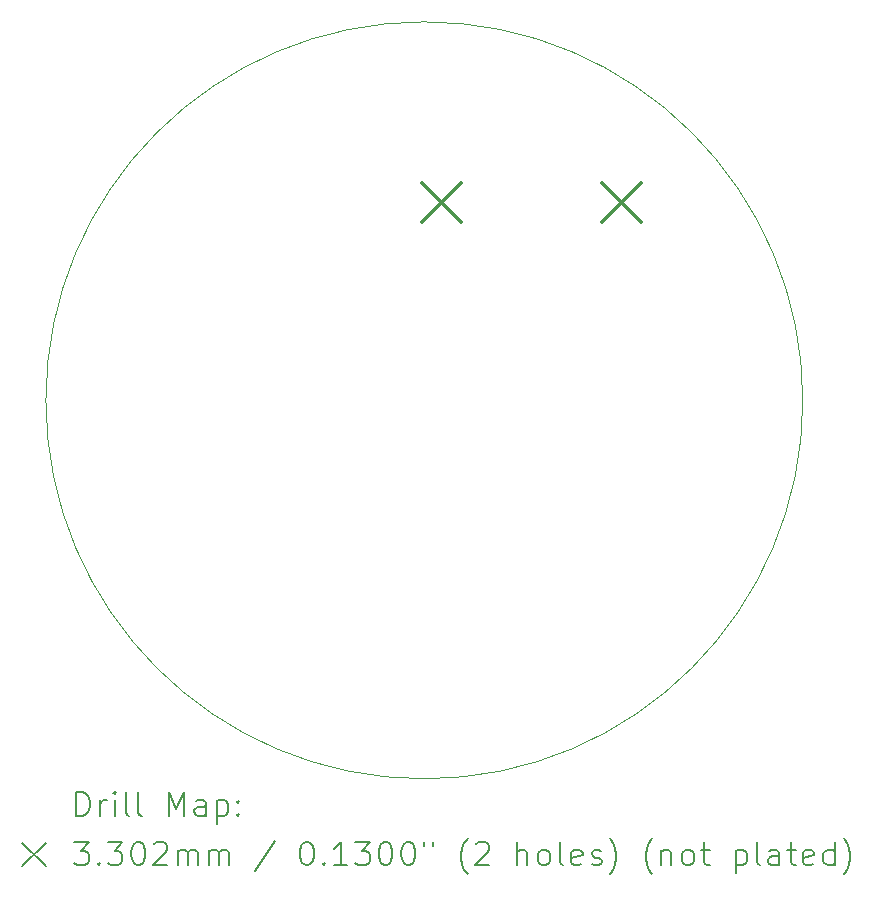
<source format=gbr>
%TF.GenerationSoftware,KiCad,Pcbnew,8.0.4*%
%TF.CreationDate,2024-08-09T17:24:14-06:00*%
%TF.ProjectId,computadorayCargaUtil,636f6d70-7574-4616-946f-726179436172,rev?*%
%TF.SameCoordinates,Original*%
%TF.FileFunction,Drillmap*%
%TF.FilePolarity,Positive*%
%FSLAX45Y45*%
G04 Gerber Fmt 4.5, Leading zero omitted, Abs format (unit mm)*
G04 Created by KiCad (PCBNEW 8.0.4) date 2024-08-09 17:24:14*
%MOMM*%
%LPD*%
G01*
G04 APERTURE LIST*
%ADD10C,0.050000*%
%ADD11C,0.200000*%
%ADD12C,0.330200*%
G04 APERTURE END LIST*
D10*
X18951817Y-9415683D02*
G75*
G02*
X12543183Y-9415683I-3204317J0D01*
G01*
X12543183Y-9415683D02*
G75*
G02*
X18951817Y-9415683I3204317J0D01*
G01*
D11*
D12*
X15730900Y-7574400D02*
X16061100Y-7904600D01*
X16061100Y-7574400D02*
X15730900Y-7904600D01*
X17254900Y-7574400D02*
X17585100Y-7904600D01*
X17585100Y-7574400D02*
X17254900Y-7904600D01*
D11*
X12801459Y-12933984D02*
X12801459Y-12733984D01*
X12801459Y-12733984D02*
X12849078Y-12733984D01*
X12849078Y-12733984D02*
X12877650Y-12743508D01*
X12877650Y-12743508D02*
X12896697Y-12762555D01*
X12896697Y-12762555D02*
X12906221Y-12781603D01*
X12906221Y-12781603D02*
X12915745Y-12819698D01*
X12915745Y-12819698D02*
X12915745Y-12848269D01*
X12915745Y-12848269D02*
X12906221Y-12886365D01*
X12906221Y-12886365D02*
X12896697Y-12905412D01*
X12896697Y-12905412D02*
X12877650Y-12924460D01*
X12877650Y-12924460D02*
X12849078Y-12933984D01*
X12849078Y-12933984D02*
X12801459Y-12933984D01*
X13001459Y-12933984D02*
X13001459Y-12800650D01*
X13001459Y-12838746D02*
X13010983Y-12819698D01*
X13010983Y-12819698D02*
X13020507Y-12810174D01*
X13020507Y-12810174D02*
X13039555Y-12800650D01*
X13039555Y-12800650D02*
X13058602Y-12800650D01*
X13125269Y-12933984D02*
X13125269Y-12800650D01*
X13125269Y-12733984D02*
X13115745Y-12743508D01*
X13115745Y-12743508D02*
X13125269Y-12753031D01*
X13125269Y-12753031D02*
X13134793Y-12743508D01*
X13134793Y-12743508D02*
X13125269Y-12733984D01*
X13125269Y-12733984D02*
X13125269Y-12753031D01*
X13249078Y-12933984D02*
X13230031Y-12924460D01*
X13230031Y-12924460D02*
X13220507Y-12905412D01*
X13220507Y-12905412D02*
X13220507Y-12733984D01*
X13353840Y-12933984D02*
X13334793Y-12924460D01*
X13334793Y-12924460D02*
X13325269Y-12905412D01*
X13325269Y-12905412D02*
X13325269Y-12733984D01*
X13582412Y-12933984D02*
X13582412Y-12733984D01*
X13582412Y-12733984D02*
X13649078Y-12876841D01*
X13649078Y-12876841D02*
X13715745Y-12733984D01*
X13715745Y-12733984D02*
X13715745Y-12933984D01*
X13896697Y-12933984D02*
X13896697Y-12829222D01*
X13896697Y-12829222D02*
X13887174Y-12810174D01*
X13887174Y-12810174D02*
X13868126Y-12800650D01*
X13868126Y-12800650D02*
X13830031Y-12800650D01*
X13830031Y-12800650D02*
X13810983Y-12810174D01*
X13896697Y-12924460D02*
X13877650Y-12933984D01*
X13877650Y-12933984D02*
X13830031Y-12933984D01*
X13830031Y-12933984D02*
X13810983Y-12924460D01*
X13810983Y-12924460D02*
X13801459Y-12905412D01*
X13801459Y-12905412D02*
X13801459Y-12886365D01*
X13801459Y-12886365D02*
X13810983Y-12867317D01*
X13810983Y-12867317D02*
X13830031Y-12857793D01*
X13830031Y-12857793D02*
X13877650Y-12857793D01*
X13877650Y-12857793D02*
X13896697Y-12848269D01*
X13991936Y-12800650D02*
X13991936Y-13000650D01*
X13991936Y-12810174D02*
X14010983Y-12800650D01*
X14010983Y-12800650D02*
X14049078Y-12800650D01*
X14049078Y-12800650D02*
X14068126Y-12810174D01*
X14068126Y-12810174D02*
X14077650Y-12819698D01*
X14077650Y-12819698D02*
X14087174Y-12838746D01*
X14087174Y-12838746D02*
X14087174Y-12895888D01*
X14087174Y-12895888D02*
X14077650Y-12914936D01*
X14077650Y-12914936D02*
X14068126Y-12924460D01*
X14068126Y-12924460D02*
X14049078Y-12933984D01*
X14049078Y-12933984D02*
X14010983Y-12933984D01*
X14010983Y-12933984D02*
X13991936Y-12924460D01*
X14172888Y-12914936D02*
X14182412Y-12924460D01*
X14182412Y-12924460D02*
X14172888Y-12933984D01*
X14172888Y-12933984D02*
X14163364Y-12924460D01*
X14163364Y-12924460D02*
X14172888Y-12914936D01*
X14172888Y-12914936D02*
X14172888Y-12933984D01*
X14172888Y-12810174D02*
X14182412Y-12819698D01*
X14182412Y-12819698D02*
X14172888Y-12829222D01*
X14172888Y-12829222D02*
X14163364Y-12819698D01*
X14163364Y-12819698D02*
X14172888Y-12810174D01*
X14172888Y-12810174D02*
X14172888Y-12829222D01*
X12340683Y-13162500D02*
X12540683Y-13362500D01*
X12540683Y-13162500D02*
X12340683Y-13362500D01*
X12782412Y-13153984D02*
X12906221Y-13153984D01*
X12906221Y-13153984D02*
X12839555Y-13230174D01*
X12839555Y-13230174D02*
X12868126Y-13230174D01*
X12868126Y-13230174D02*
X12887174Y-13239698D01*
X12887174Y-13239698D02*
X12896697Y-13249222D01*
X12896697Y-13249222D02*
X12906221Y-13268269D01*
X12906221Y-13268269D02*
X12906221Y-13315888D01*
X12906221Y-13315888D02*
X12896697Y-13334936D01*
X12896697Y-13334936D02*
X12887174Y-13344460D01*
X12887174Y-13344460D02*
X12868126Y-13353984D01*
X12868126Y-13353984D02*
X12810983Y-13353984D01*
X12810983Y-13353984D02*
X12791936Y-13344460D01*
X12791936Y-13344460D02*
X12782412Y-13334936D01*
X12991936Y-13334936D02*
X13001459Y-13344460D01*
X13001459Y-13344460D02*
X12991936Y-13353984D01*
X12991936Y-13353984D02*
X12982412Y-13344460D01*
X12982412Y-13344460D02*
X12991936Y-13334936D01*
X12991936Y-13334936D02*
X12991936Y-13353984D01*
X13068126Y-13153984D02*
X13191936Y-13153984D01*
X13191936Y-13153984D02*
X13125269Y-13230174D01*
X13125269Y-13230174D02*
X13153840Y-13230174D01*
X13153840Y-13230174D02*
X13172888Y-13239698D01*
X13172888Y-13239698D02*
X13182412Y-13249222D01*
X13182412Y-13249222D02*
X13191936Y-13268269D01*
X13191936Y-13268269D02*
X13191936Y-13315888D01*
X13191936Y-13315888D02*
X13182412Y-13334936D01*
X13182412Y-13334936D02*
X13172888Y-13344460D01*
X13172888Y-13344460D02*
X13153840Y-13353984D01*
X13153840Y-13353984D02*
X13096697Y-13353984D01*
X13096697Y-13353984D02*
X13077650Y-13344460D01*
X13077650Y-13344460D02*
X13068126Y-13334936D01*
X13315745Y-13153984D02*
X13334793Y-13153984D01*
X13334793Y-13153984D02*
X13353840Y-13163508D01*
X13353840Y-13163508D02*
X13363364Y-13173031D01*
X13363364Y-13173031D02*
X13372888Y-13192079D01*
X13372888Y-13192079D02*
X13382412Y-13230174D01*
X13382412Y-13230174D02*
X13382412Y-13277793D01*
X13382412Y-13277793D02*
X13372888Y-13315888D01*
X13372888Y-13315888D02*
X13363364Y-13334936D01*
X13363364Y-13334936D02*
X13353840Y-13344460D01*
X13353840Y-13344460D02*
X13334793Y-13353984D01*
X13334793Y-13353984D02*
X13315745Y-13353984D01*
X13315745Y-13353984D02*
X13296697Y-13344460D01*
X13296697Y-13344460D02*
X13287174Y-13334936D01*
X13287174Y-13334936D02*
X13277650Y-13315888D01*
X13277650Y-13315888D02*
X13268126Y-13277793D01*
X13268126Y-13277793D02*
X13268126Y-13230174D01*
X13268126Y-13230174D02*
X13277650Y-13192079D01*
X13277650Y-13192079D02*
X13287174Y-13173031D01*
X13287174Y-13173031D02*
X13296697Y-13163508D01*
X13296697Y-13163508D02*
X13315745Y-13153984D01*
X13458602Y-13173031D02*
X13468126Y-13163508D01*
X13468126Y-13163508D02*
X13487174Y-13153984D01*
X13487174Y-13153984D02*
X13534793Y-13153984D01*
X13534793Y-13153984D02*
X13553840Y-13163508D01*
X13553840Y-13163508D02*
X13563364Y-13173031D01*
X13563364Y-13173031D02*
X13572888Y-13192079D01*
X13572888Y-13192079D02*
X13572888Y-13211127D01*
X13572888Y-13211127D02*
X13563364Y-13239698D01*
X13563364Y-13239698D02*
X13449078Y-13353984D01*
X13449078Y-13353984D02*
X13572888Y-13353984D01*
X13658602Y-13353984D02*
X13658602Y-13220650D01*
X13658602Y-13239698D02*
X13668126Y-13230174D01*
X13668126Y-13230174D02*
X13687174Y-13220650D01*
X13687174Y-13220650D02*
X13715745Y-13220650D01*
X13715745Y-13220650D02*
X13734793Y-13230174D01*
X13734793Y-13230174D02*
X13744317Y-13249222D01*
X13744317Y-13249222D02*
X13744317Y-13353984D01*
X13744317Y-13249222D02*
X13753840Y-13230174D01*
X13753840Y-13230174D02*
X13772888Y-13220650D01*
X13772888Y-13220650D02*
X13801459Y-13220650D01*
X13801459Y-13220650D02*
X13820507Y-13230174D01*
X13820507Y-13230174D02*
X13830031Y-13249222D01*
X13830031Y-13249222D02*
X13830031Y-13353984D01*
X13925269Y-13353984D02*
X13925269Y-13220650D01*
X13925269Y-13239698D02*
X13934793Y-13230174D01*
X13934793Y-13230174D02*
X13953840Y-13220650D01*
X13953840Y-13220650D02*
X13982412Y-13220650D01*
X13982412Y-13220650D02*
X14001459Y-13230174D01*
X14001459Y-13230174D02*
X14010983Y-13249222D01*
X14010983Y-13249222D02*
X14010983Y-13353984D01*
X14010983Y-13249222D02*
X14020507Y-13230174D01*
X14020507Y-13230174D02*
X14039555Y-13220650D01*
X14039555Y-13220650D02*
X14068126Y-13220650D01*
X14068126Y-13220650D02*
X14087174Y-13230174D01*
X14087174Y-13230174D02*
X14096698Y-13249222D01*
X14096698Y-13249222D02*
X14096698Y-13353984D01*
X14487174Y-13144460D02*
X14315745Y-13401603D01*
X14744317Y-13153984D02*
X14763364Y-13153984D01*
X14763364Y-13153984D02*
X14782412Y-13163508D01*
X14782412Y-13163508D02*
X14791936Y-13173031D01*
X14791936Y-13173031D02*
X14801460Y-13192079D01*
X14801460Y-13192079D02*
X14810983Y-13230174D01*
X14810983Y-13230174D02*
X14810983Y-13277793D01*
X14810983Y-13277793D02*
X14801460Y-13315888D01*
X14801460Y-13315888D02*
X14791936Y-13334936D01*
X14791936Y-13334936D02*
X14782412Y-13344460D01*
X14782412Y-13344460D02*
X14763364Y-13353984D01*
X14763364Y-13353984D02*
X14744317Y-13353984D01*
X14744317Y-13353984D02*
X14725269Y-13344460D01*
X14725269Y-13344460D02*
X14715745Y-13334936D01*
X14715745Y-13334936D02*
X14706221Y-13315888D01*
X14706221Y-13315888D02*
X14696698Y-13277793D01*
X14696698Y-13277793D02*
X14696698Y-13230174D01*
X14696698Y-13230174D02*
X14706221Y-13192079D01*
X14706221Y-13192079D02*
X14715745Y-13173031D01*
X14715745Y-13173031D02*
X14725269Y-13163508D01*
X14725269Y-13163508D02*
X14744317Y-13153984D01*
X14896698Y-13334936D02*
X14906221Y-13344460D01*
X14906221Y-13344460D02*
X14896698Y-13353984D01*
X14896698Y-13353984D02*
X14887174Y-13344460D01*
X14887174Y-13344460D02*
X14896698Y-13334936D01*
X14896698Y-13334936D02*
X14896698Y-13353984D01*
X15096698Y-13353984D02*
X14982412Y-13353984D01*
X15039555Y-13353984D02*
X15039555Y-13153984D01*
X15039555Y-13153984D02*
X15020507Y-13182555D01*
X15020507Y-13182555D02*
X15001460Y-13201603D01*
X15001460Y-13201603D02*
X14982412Y-13211127D01*
X15163364Y-13153984D02*
X15287174Y-13153984D01*
X15287174Y-13153984D02*
X15220507Y-13230174D01*
X15220507Y-13230174D02*
X15249079Y-13230174D01*
X15249079Y-13230174D02*
X15268126Y-13239698D01*
X15268126Y-13239698D02*
X15277650Y-13249222D01*
X15277650Y-13249222D02*
X15287174Y-13268269D01*
X15287174Y-13268269D02*
X15287174Y-13315888D01*
X15287174Y-13315888D02*
X15277650Y-13334936D01*
X15277650Y-13334936D02*
X15268126Y-13344460D01*
X15268126Y-13344460D02*
X15249079Y-13353984D01*
X15249079Y-13353984D02*
X15191936Y-13353984D01*
X15191936Y-13353984D02*
X15172888Y-13344460D01*
X15172888Y-13344460D02*
X15163364Y-13334936D01*
X15410983Y-13153984D02*
X15430031Y-13153984D01*
X15430031Y-13153984D02*
X15449079Y-13163508D01*
X15449079Y-13163508D02*
X15458602Y-13173031D01*
X15458602Y-13173031D02*
X15468126Y-13192079D01*
X15468126Y-13192079D02*
X15477650Y-13230174D01*
X15477650Y-13230174D02*
X15477650Y-13277793D01*
X15477650Y-13277793D02*
X15468126Y-13315888D01*
X15468126Y-13315888D02*
X15458602Y-13334936D01*
X15458602Y-13334936D02*
X15449079Y-13344460D01*
X15449079Y-13344460D02*
X15430031Y-13353984D01*
X15430031Y-13353984D02*
X15410983Y-13353984D01*
X15410983Y-13353984D02*
X15391936Y-13344460D01*
X15391936Y-13344460D02*
X15382412Y-13334936D01*
X15382412Y-13334936D02*
X15372888Y-13315888D01*
X15372888Y-13315888D02*
X15363364Y-13277793D01*
X15363364Y-13277793D02*
X15363364Y-13230174D01*
X15363364Y-13230174D02*
X15372888Y-13192079D01*
X15372888Y-13192079D02*
X15382412Y-13173031D01*
X15382412Y-13173031D02*
X15391936Y-13163508D01*
X15391936Y-13163508D02*
X15410983Y-13153984D01*
X15601460Y-13153984D02*
X15620507Y-13153984D01*
X15620507Y-13153984D02*
X15639555Y-13163508D01*
X15639555Y-13163508D02*
X15649079Y-13173031D01*
X15649079Y-13173031D02*
X15658602Y-13192079D01*
X15658602Y-13192079D02*
X15668126Y-13230174D01*
X15668126Y-13230174D02*
X15668126Y-13277793D01*
X15668126Y-13277793D02*
X15658602Y-13315888D01*
X15658602Y-13315888D02*
X15649079Y-13334936D01*
X15649079Y-13334936D02*
X15639555Y-13344460D01*
X15639555Y-13344460D02*
X15620507Y-13353984D01*
X15620507Y-13353984D02*
X15601460Y-13353984D01*
X15601460Y-13353984D02*
X15582412Y-13344460D01*
X15582412Y-13344460D02*
X15572888Y-13334936D01*
X15572888Y-13334936D02*
X15563364Y-13315888D01*
X15563364Y-13315888D02*
X15553841Y-13277793D01*
X15553841Y-13277793D02*
X15553841Y-13230174D01*
X15553841Y-13230174D02*
X15563364Y-13192079D01*
X15563364Y-13192079D02*
X15572888Y-13173031D01*
X15572888Y-13173031D02*
X15582412Y-13163508D01*
X15582412Y-13163508D02*
X15601460Y-13153984D01*
X15744317Y-13153984D02*
X15744317Y-13192079D01*
X15820507Y-13153984D02*
X15820507Y-13192079D01*
X16115745Y-13430174D02*
X16106222Y-13420650D01*
X16106222Y-13420650D02*
X16087174Y-13392079D01*
X16087174Y-13392079D02*
X16077650Y-13373031D01*
X16077650Y-13373031D02*
X16068126Y-13344460D01*
X16068126Y-13344460D02*
X16058603Y-13296841D01*
X16058603Y-13296841D02*
X16058603Y-13258746D01*
X16058603Y-13258746D02*
X16068126Y-13211127D01*
X16068126Y-13211127D02*
X16077650Y-13182555D01*
X16077650Y-13182555D02*
X16087174Y-13163508D01*
X16087174Y-13163508D02*
X16106222Y-13134936D01*
X16106222Y-13134936D02*
X16115745Y-13125412D01*
X16182412Y-13173031D02*
X16191936Y-13163508D01*
X16191936Y-13163508D02*
X16210983Y-13153984D01*
X16210983Y-13153984D02*
X16258603Y-13153984D01*
X16258603Y-13153984D02*
X16277650Y-13163508D01*
X16277650Y-13163508D02*
X16287174Y-13173031D01*
X16287174Y-13173031D02*
X16296698Y-13192079D01*
X16296698Y-13192079D02*
X16296698Y-13211127D01*
X16296698Y-13211127D02*
X16287174Y-13239698D01*
X16287174Y-13239698D02*
X16172888Y-13353984D01*
X16172888Y-13353984D02*
X16296698Y-13353984D01*
X16534793Y-13353984D02*
X16534793Y-13153984D01*
X16620507Y-13353984D02*
X16620507Y-13249222D01*
X16620507Y-13249222D02*
X16610984Y-13230174D01*
X16610984Y-13230174D02*
X16591936Y-13220650D01*
X16591936Y-13220650D02*
X16563364Y-13220650D01*
X16563364Y-13220650D02*
X16544317Y-13230174D01*
X16544317Y-13230174D02*
X16534793Y-13239698D01*
X16744317Y-13353984D02*
X16725269Y-13344460D01*
X16725269Y-13344460D02*
X16715745Y-13334936D01*
X16715745Y-13334936D02*
X16706222Y-13315888D01*
X16706222Y-13315888D02*
X16706222Y-13258746D01*
X16706222Y-13258746D02*
X16715745Y-13239698D01*
X16715745Y-13239698D02*
X16725269Y-13230174D01*
X16725269Y-13230174D02*
X16744317Y-13220650D01*
X16744317Y-13220650D02*
X16772888Y-13220650D01*
X16772888Y-13220650D02*
X16791936Y-13230174D01*
X16791936Y-13230174D02*
X16801460Y-13239698D01*
X16801460Y-13239698D02*
X16810984Y-13258746D01*
X16810984Y-13258746D02*
X16810984Y-13315888D01*
X16810984Y-13315888D02*
X16801460Y-13334936D01*
X16801460Y-13334936D02*
X16791936Y-13344460D01*
X16791936Y-13344460D02*
X16772888Y-13353984D01*
X16772888Y-13353984D02*
X16744317Y-13353984D01*
X16925269Y-13353984D02*
X16906222Y-13344460D01*
X16906222Y-13344460D02*
X16896698Y-13325412D01*
X16896698Y-13325412D02*
X16896698Y-13153984D01*
X17077650Y-13344460D02*
X17058603Y-13353984D01*
X17058603Y-13353984D02*
X17020507Y-13353984D01*
X17020507Y-13353984D02*
X17001460Y-13344460D01*
X17001460Y-13344460D02*
X16991936Y-13325412D01*
X16991936Y-13325412D02*
X16991936Y-13249222D01*
X16991936Y-13249222D02*
X17001460Y-13230174D01*
X17001460Y-13230174D02*
X17020507Y-13220650D01*
X17020507Y-13220650D02*
X17058603Y-13220650D01*
X17058603Y-13220650D02*
X17077650Y-13230174D01*
X17077650Y-13230174D02*
X17087174Y-13249222D01*
X17087174Y-13249222D02*
X17087174Y-13268269D01*
X17087174Y-13268269D02*
X16991936Y-13287317D01*
X17163365Y-13344460D02*
X17182412Y-13353984D01*
X17182412Y-13353984D02*
X17220507Y-13353984D01*
X17220507Y-13353984D02*
X17239555Y-13344460D01*
X17239555Y-13344460D02*
X17249079Y-13325412D01*
X17249079Y-13325412D02*
X17249079Y-13315888D01*
X17249079Y-13315888D02*
X17239555Y-13296841D01*
X17239555Y-13296841D02*
X17220507Y-13287317D01*
X17220507Y-13287317D02*
X17191936Y-13287317D01*
X17191936Y-13287317D02*
X17172888Y-13277793D01*
X17172888Y-13277793D02*
X17163365Y-13258746D01*
X17163365Y-13258746D02*
X17163365Y-13249222D01*
X17163365Y-13249222D02*
X17172888Y-13230174D01*
X17172888Y-13230174D02*
X17191936Y-13220650D01*
X17191936Y-13220650D02*
X17220507Y-13220650D01*
X17220507Y-13220650D02*
X17239555Y-13230174D01*
X17315746Y-13430174D02*
X17325269Y-13420650D01*
X17325269Y-13420650D02*
X17344317Y-13392079D01*
X17344317Y-13392079D02*
X17353841Y-13373031D01*
X17353841Y-13373031D02*
X17363365Y-13344460D01*
X17363365Y-13344460D02*
X17372888Y-13296841D01*
X17372888Y-13296841D02*
X17372888Y-13258746D01*
X17372888Y-13258746D02*
X17363365Y-13211127D01*
X17363365Y-13211127D02*
X17353841Y-13182555D01*
X17353841Y-13182555D02*
X17344317Y-13163508D01*
X17344317Y-13163508D02*
X17325269Y-13134936D01*
X17325269Y-13134936D02*
X17315746Y-13125412D01*
X17677650Y-13430174D02*
X17668127Y-13420650D01*
X17668127Y-13420650D02*
X17649079Y-13392079D01*
X17649079Y-13392079D02*
X17639555Y-13373031D01*
X17639555Y-13373031D02*
X17630031Y-13344460D01*
X17630031Y-13344460D02*
X17620508Y-13296841D01*
X17620508Y-13296841D02*
X17620508Y-13258746D01*
X17620508Y-13258746D02*
X17630031Y-13211127D01*
X17630031Y-13211127D02*
X17639555Y-13182555D01*
X17639555Y-13182555D02*
X17649079Y-13163508D01*
X17649079Y-13163508D02*
X17668127Y-13134936D01*
X17668127Y-13134936D02*
X17677650Y-13125412D01*
X17753841Y-13220650D02*
X17753841Y-13353984D01*
X17753841Y-13239698D02*
X17763365Y-13230174D01*
X17763365Y-13230174D02*
X17782412Y-13220650D01*
X17782412Y-13220650D02*
X17810984Y-13220650D01*
X17810984Y-13220650D02*
X17830031Y-13230174D01*
X17830031Y-13230174D02*
X17839555Y-13249222D01*
X17839555Y-13249222D02*
X17839555Y-13353984D01*
X17963365Y-13353984D02*
X17944317Y-13344460D01*
X17944317Y-13344460D02*
X17934793Y-13334936D01*
X17934793Y-13334936D02*
X17925269Y-13315888D01*
X17925269Y-13315888D02*
X17925269Y-13258746D01*
X17925269Y-13258746D02*
X17934793Y-13239698D01*
X17934793Y-13239698D02*
X17944317Y-13230174D01*
X17944317Y-13230174D02*
X17963365Y-13220650D01*
X17963365Y-13220650D02*
X17991936Y-13220650D01*
X17991936Y-13220650D02*
X18010984Y-13230174D01*
X18010984Y-13230174D02*
X18020508Y-13239698D01*
X18020508Y-13239698D02*
X18030031Y-13258746D01*
X18030031Y-13258746D02*
X18030031Y-13315888D01*
X18030031Y-13315888D02*
X18020508Y-13334936D01*
X18020508Y-13334936D02*
X18010984Y-13344460D01*
X18010984Y-13344460D02*
X17991936Y-13353984D01*
X17991936Y-13353984D02*
X17963365Y-13353984D01*
X18087174Y-13220650D02*
X18163365Y-13220650D01*
X18115746Y-13153984D02*
X18115746Y-13325412D01*
X18115746Y-13325412D02*
X18125269Y-13344460D01*
X18125269Y-13344460D02*
X18144317Y-13353984D01*
X18144317Y-13353984D02*
X18163365Y-13353984D01*
X18382412Y-13220650D02*
X18382412Y-13420650D01*
X18382412Y-13230174D02*
X18401460Y-13220650D01*
X18401460Y-13220650D02*
X18439555Y-13220650D01*
X18439555Y-13220650D02*
X18458603Y-13230174D01*
X18458603Y-13230174D02*
X18468127Y-13239698D01*
X18468127Y-13239698D02*
X18477650Y-13258746D01*
X18477650Y-13258746D02*
X18477650Y-13315888D01*
X18477650Y-13315888D02*
X18468127Y-13334936D01*
X18468127Y-13334936D02*
X18458603Y-13344460D01*
X18458603Y-13344460D02*
X18439555Y-13353984D01*
X18439555Y-13353984D02*
X18401460Y-13353984D01*
X18401460Y-13353984D02*
X18382412Y-13344460D01*
X18591936Y-13353984D02*
X18572889Y-13344460D01*
X18572889Y-13344460D02*
X18563365Y-13325412D01*
X18563365Y-13325412D02*
X18563365Y-13153984D01*
X18753841Y-13353984D02*
X18753841Y-13249222D01*
X18753841Y-13249222D02*
X18744317Y-13230174D01*
X18744317Y-13230174D02*
X18725270Y-13220650D01*
X18725270Y-13220650D02*
X18687174Y-13220650D01*
X18687174Y-13220650D02*
X18668127Y-13230174D01*
X18753841Y-13344460D02*
X18734793Y-13353984D01*
X18734793Y-13353984D02*
X18687174Y-13353984D01*
X18687174Y-13353984D02*
X18668127Y-13344460D01*
X18668127Y-13344460D02*
X18658603Y-13325412D01*
X18658603Y-13325412D02*
X18658603Y-13306365D01*
X18658603Y-13306365D02*
X18668127Y-13287317D01*
X18668127Y-13287317D02*
X18687174Y-13277793D01*
X18687174Y-13277793D02*
X18734793Y-13277793D01*
X18734793Y-13277793D02*
X18753841Y-13268269D01*
X18820508Y-13220650D02*
X18896698Y-13220650D01*
X18849079Y-13153984D02*
X18849079Y-13325412D01*
X18849079Y-13325412D02*
X18858603Y-13344460D01*
X18858603Y-13344460D02*
X18877650Y-13353984D01*
X18877650Y-13353984D02*
X18896698Y-13353984D01*
X19039555Y-13344460D02*
X19020508Y-13353984D01*
X19020508Y-13353984D02*
X18982412Y-13353984D01*
X18982412Y-13353984D02*
X18963365Y-13344460D01*
X18963365Y-13344460D02*
X18953841Y-13325412D01*
X18953841Y-13325412D02*
X18953841Y-13249222D01*
X18953841Y-13249222D02*
X18963365Y-13230174D01*
X18963365Y-13230174D02*
X18982412Y-13220650D01*
X18982412Y-13220650D02*
X19020508Y-13220650D01*
X19020508Y-13220650D02*
X19039555Y-13230174D01*
X19039555Y-13230174D02*
X19049079Y-13249222D01*
X19049079Y-13249222D02*
X19049079Y-13268269D01*
X19049079Y-13268269D02*
X18953841Y-13287317D01*
X19220508Y-13353984D02*
X19220508Y-13153984D01*
X19220508Y-13344460D02*
X19201460Y-13353984D01*
X19201460Y-13353984D02*
X19163365Y-13353984D01*
X19163365Y-13353984D02*
X19144317Y-13344460D01*
X19144317Y-13344460D02*
X19134793Y-13334936D01*
X19134793Y-13334936D02*
X19125270Y-13315888D01*
X19125270Y-13315888D02*
X19125270Y-13258746D01*
X19125270Y-13258746D02*
X19134793Y-13239698D01*
X19134793Y-13239698D02*
X19144317Y-13230174D01*
X19144317Y-13230174D02*
X19163365Y-13220650D01*
X19163365Y-13220650D02*
X19201460Y-13220650D01*
X19201460Y-13220650D02*
X19220508Y-13230174D01*
X19296698Y-13430174D02*
X19306222Y-13420650D01*
X19306222Y-13420650D02*
X19325270Y-13392079D01*
X19325270Y-13392079D02*
X19334793Y-13373031D01*
X19334793Y-13373031D02*
X19344317Y-13344460D01*
X19344317Y-13344460D02*
X19353841Y-13296841D01*
X19353841Y-13296841D02*
X19353841Y-13258746D01*
X19353841Y-13258746D02*
X19344317Y-13211127D01*
X19344317Y-13211127D02*
X19334793Y-13182555D01*
X19334793Y-13182555D02*
X19325270Y-13163508D01*
X19325270Y-13163508D02*
X19306222Y-13134936D01*
X19306222Y-13134936D02*
X19296698Y-13125412D01*
M02*

</source>
